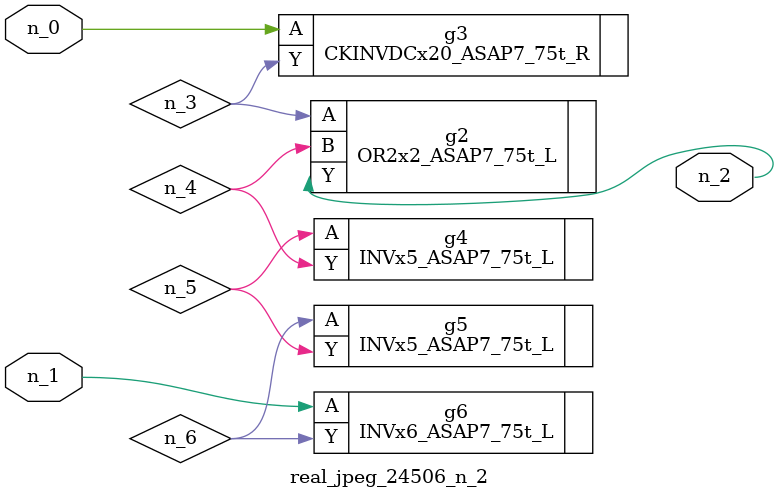
<source format=v>
module real_jpeg_24506_n_2 (n_1, n_0, n_2);

input n_1;
input n_0;

output n_2;

wire n_5;
wire n_4;
wire n_6;
wire n_3;

CKINVDCx20_ASAP7_75t_R g3 ( 
.A(n_0),
.Y(n_3)
);

INVx6_ASAP7_75t_L g6 ( 
.A(n_1),
.Y(n_6)
);

OR2x2_ASAP7_75t_L g2 ( 
.A(n_3),
.B(n_4),
.Y(n_2)
);

INVx5_ASAP7_75t_L g4 ( 
.A(n_5),
.Y(n_4)
);

INVx5_ASAP7_75t_L g5 ( 
.A(n_6),
.Y(n_5)
);


endmodule
</source>
